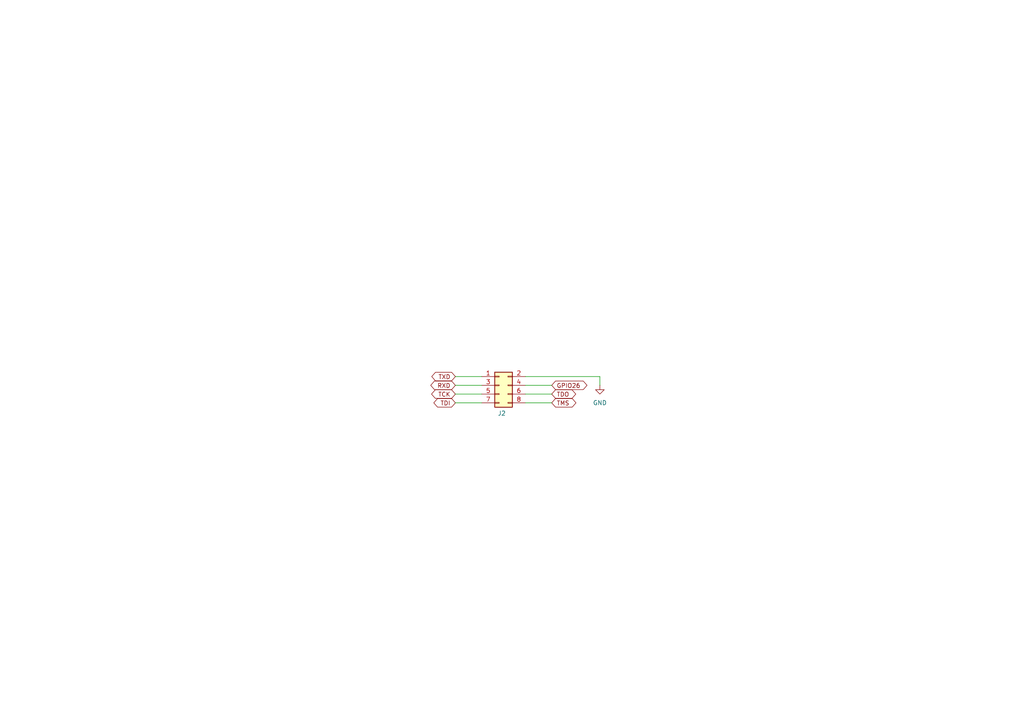
<source format=kicad_sch>
(kicad_sch (version 20231120) (generator "eeschema") (generator_version "8.0")
  (paper "A4")
  (lib_symbols
    (symbol "Connector_Generic:Conn_02x04_Odd_Even" (pin_names (offset 1.016) hide)
      (property "Reference" "J" (at 1.27 5.08 0))
      (property "Value" "Conn_02x04_Odd_Even" (at 1.27 -7.62 0))
      (symbol "Conn_02x04_Odd_Even_1_1"
        (rectangle (start -1.27 -4.953) (end 0 -5.207) (stroke (width 0.1524)))
        (rectangle (start -1.27 -2.413) (end 0 -2.667) (stroke (width 0.1524)))
        (rectangle (start -1.27 0.127) (end 0 -0.127) (stroke (width 0.1524)))
        (rectangle (start -1.27 2.667) (end 0 2.413) (stroke (width 0.1524)))
        (rectangle (start -1.27 3.81) (end 3.81 -6.35) (stroke (width 0.254)) (fill (type background)))
        (rectangle (start 3.81 -4.953) (end 2.54 -5.207) (stroke (width 0.1524)))
        (rectangle (start 3.81 -2.413) (end 2.54 -2.667) (stroke (width 0.1524)))
        (rectangle (start 3.81 0.127) (end 2.54 -0.127) (stroke (width 0.1524)))
        (rectangle (start 3.81 2.667) (end 2.54 2.413) (stroke (width 0.1524)))
        (pin passive line (at -5.08 2.54 0) (length 3.81) (name "Pin_1") (number "1"))
        (pin passive line (at 7.62 2.54 180) (length 3.81) (name "Pin_2") (number "2"))
        (pin passive line (at -5.08 0 0) (length 3.81) (name "Pin_3") (number "3"))
        (pin passive line (at 7.62 0 180) (length 3.81) (name "Pin_4") (number "4"))
        (pin passive line (at -5.08 -2.54 0) (length 3.81) (name "Pin_5") (number "5"))
        (pin passive line (at 7.62 -2.54 180) (length 3.81) (name "Pin_6") (number "6"))
        (pin passive line (at -5.08 -5.08 0) (length 3.81) (name "Pin_7") (number "7"))
        (pin passive line (at 7.62 -5.08 180) (length 3.81) (name "Pin_8") (number "8"))
      )
    )
    (symbol "power:GND" (power) (pin_numbers hide) (pin_names (offset 0) hide)
      (property "Value" "GND" (at 0 -3.81 0))
      (symbol "GND_0_1"
        (polyline (pts (xy 0 0) (xy 0 -1.27) (xy 1.27 -1.27) (xy 0 -2.54) (xy -1.27 -1.27) (xy 0 -1.27)))
      )
      (symbol "GND_1_1"
        (pin power_in line (at 0 0 270) (length 0) (name "~") (number "1"))
      )
    )
  )
  (wire (pts (xy 152.4 114.3) (xy 160.02 114.3)))
  (wire (pts (xy 132.08 111.76) (xy 139.7 111.76)))
  (wire (pts (xy 173.99 109.22) (xy 173.99 111.76)))
  (wire (pts (xy 132.08 114.3) (xy 139.7 114.3)))
  (wire (pts (xy 152.4 116.84) (xy 160.02 116.84)))
  (wire (pts (xy 132.08 109.22) (xy 139.7 109.22)))
  (wire (pts (xy 152.4 109.22) (xy 173.99 109.22)))
  (wire (pts (xy 152.4 111.76) (xy 160.02 111.76)))
  (wire (pts (xy 132.08 116.84) (xy 139.7 116.84)))
  (global_label "GPIO26" (shape bidirectional) (at 160.02 111.76 0) (effects (font (size 1.2446 1.2446))) (property "Intersheetrefs" "${INTERSHEET_REFS}" (effects (hide yes))))
  (global_label "TXD" (shape bidirectional) (at 132.08 109.22 180) (effects (font (size 1.2446 1.2446))) (property "Intersheetrefs" "${INTERSHEET_REFS}" (effects (hide yes))))
  (global_label "TDI" (shape bidirectional) (at 132.08 116.84 180) (effects (font (size 1.2446 1.2446))) (property "Intersheetrefs" "${INTERSHEET_REFS}" (effects (hide yes))))
  (global_label "TCK" (shape bidirectional) (at 132.08 114.3 180) (effects (font (size 1.2446 1.2446))) (property "Intersheetrefs" "${INTERSHEET_REFS}" (effects (hide yes))))
  (global_label "TMS" (shape bidirectional) (at 160.02 116.84 0) (effects (font (size 1.2446 1.2446))) (property "Intersheetrefs" "${INTERSHEET_REFS}" (effects (hide yes))))
  (global_label "RXD" (shape bidirectional) (at 132.08 111.76 180) (effects (font (size 1.2446 1.2446))) (property "Intersheetrefs" "${INTERSHEET_REFS}" (effects (hide yes))))
  (global_label "TDO" (shape bidirectional) (at 160.02 114.3 0) (effects (font (size 1.2446 1.2446))) (property "Intersheetrefs" "${INTERSHEET_REFS}" (effects (hide yes))))
  (symbol (lib_id "Connector_Generic:Conn_02x04_Odd_Even") (at 144.78 111.76 0) (unit 1)
    (property "Reference" "J2" (at 145.542 119.888 0))
    (property "Value" "Conn_02x05_Counter_Clockwise" (effects (hide yes)))
    (property "Footprint" "Connector_PinHeader_2.54mm:PinHeader_2x04_P2.54mm_Vertical" (effects (hide yes)))
    (property "Description" "Generic connector, double row, 02x04, odd/even pin numbering scheme (row 1 odd numbers, row 2 even numbers), script generated (kicad-library-utils/schlib/autogen/connector/)" (effects (hide yes)))
  )
  (symbol (lib_id "power:GND") (at 173.99 111.76 0) (unit 1)
    (property "Reference" "#PWR034" (effects (hide yes)))
    (property "Value" "GND" (at 173.99 116.84 0))
    (property "Description" "Power symbol creates a global label with name \"GND\" , ground" (effects (hide yes)))
  )
)
</source>
